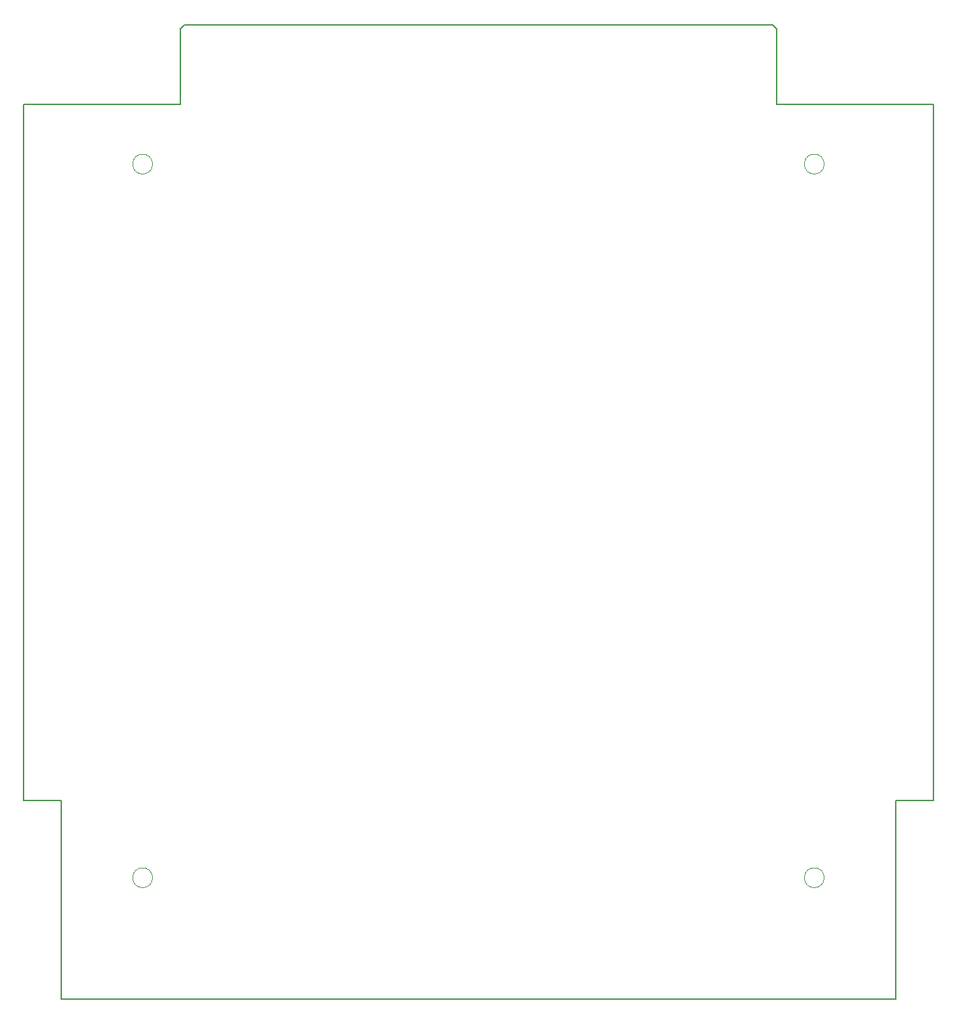
<source format=gbr>
%TF.GenerationSoftware,KiCad,Pcbnew,(5.1.10)-1*%
%TF.CreationDate,2024-03-27T07:56:36+01:00*%
%TF.ProjectId,KIM,4b494d2e-6b69-4636-9164-5f7063625858,rev?*%
%TF.SameCoordinates,Original*%
%TF.FileFunction,Profile,NP*%
%FSLAX46Y46*%
G04 Gerber Fmt 4.6, Leading zero omitted, Abs format (unit mm)*
G04 Created by KiCad (PCBNEW (5.1.10)-1) date 2024-03-27 07:56:36*
%MOMM*%
%LPD*%
G01*
G04 APERTURE LIST*
%TA.AperFunction,Profile*%
%ADD10C,0.120000*%
%TD*%
%TA.AperFunction,Profile*%
%ADD11C,0.150000*%
%TD*%
G04 APERTURE END LIST*
D10*
%TO.C,XM1*%
X193776000Y-121888000D02*
G75*
G03*
X193776000Y-121888000I-1250000J0D01*
G01*
X193776000Y-32138000D02*
G75*
G03*
X193776000Y-32138000I-1250000J0D01*
G01*
X109276000Y-32138000D02*
G75*
G03*
X109276000Y-32138000I-1250000J0D01*
G01*
X109276000Y-121888000D02*
G75*
G03*
X109276000Y-121888000I-1250000J0D01*
G01*
D11*
X97776000Y-112138000D02*
X97776000Y-137138000D01*
X97776000Y-112138000D02*
X93026000Y-112138000D01*
X93026000Y-24638000D02*
X93026000Y-112138000D01*
X112776000Y-15138000D02*
X113276000Y-14638000D01*
X112776000Y-24638000D02*
X93026000Y-24638000D01*
X112776000Y-24638000D02*
X112776000Y-15138000D01*
X113276000Y-14638000D02*
X187276000Y-14638000D01*
X187776000Y-15138000D02*
X187276000Y-14638000D01*
X187776000Y-15138000D02*
X187776000Y-24638000D01*
X187776000Y-24638000D02*
X207526000Y-24638000D01*
X202776000Y-137138000D02*
X97776000Y-137138000D01*
X202776000Y-112138000D02*
X202776000Y-137138000D01*
X207526000Y-24638000D02*
X207526000Y-112138000D01*
X207526000Y-112138000D02*
X202776000Y-112138000D01*
%TD*%
M02*

</source>
